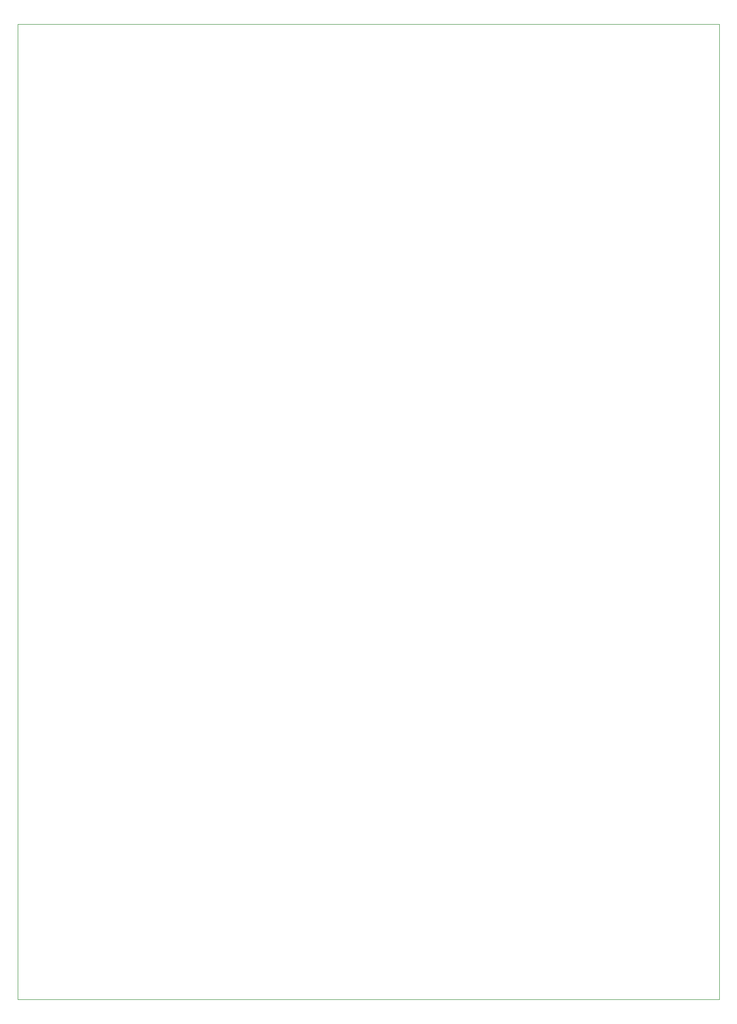
<source format=gbr>
%TF.GenerationSoftware,KiCad,Pcbnew,(5.1.8)-1*%
%TF.CreationDate,2020-12-17T23:53:09+01:00*%
%TF.ProjectId,pcb,7063622e-6b69-4636-9164-5f7063625858,rev?*%
%TF.SameCoordinates,Original*%
%TF.FileFunction,Profile,NP*%
%FSLAX46Y46*%
G04 Gerber Fmt 4.6, Leading zero omitted, Abs format (unit mm)*
G04 Created by KiCad (PCBNEW (5.1.8)-1) date 2020-12-17 23:53:09*
%MOMM*%
%LPD*%
G01*
G04 APERTURE LIST*
%TA.AperFunction,Profile*%
%ADD10C,0.050000*%
%TD*%
G04 APERTURE END LIST*
D10*
X139700000Y-12700000D02*
X139700000Y-13970000D01*
X19050000Y-12700000D02*
X139700000Y-12700000D01*
X19050000Y-180340000D02*
X19050000Y-12700000D01*
X139700000Y-180340000D02*
X19050000Y-180340000D01*
X139700000Y-13970000D02*
X139700000Y-180340000D01*
M02*

</source>
